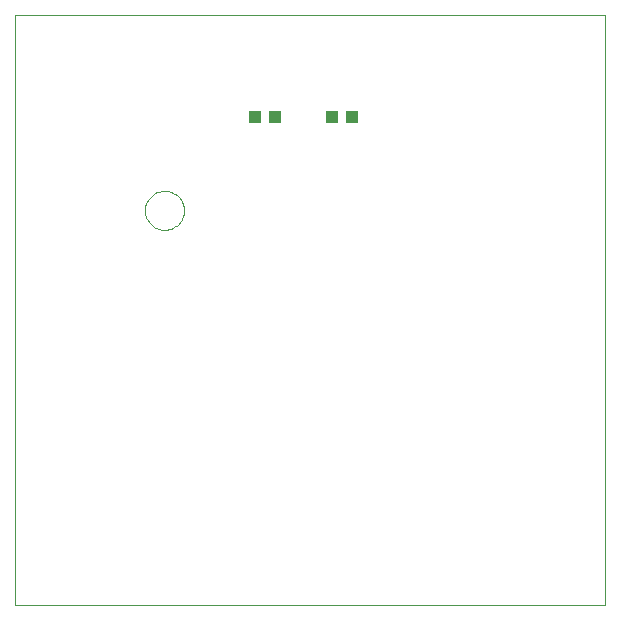
<source format=gtp>
G75*
%MOIN*%
%OFA0B0*%
%FSLAX24Y24*%
%IPPOS*%
%LPD*%
%AMOC8*
5,1,8,0,0,1.08239X$1,22.5*
%
%ADD10C,0.0000*%
%ADD11R,0.0433X0.0394*%
D10*
X000100Y000100D02*
X000100Y019785D01*
X019785Y019785D01*
X019785Y000100D01*
X000100Y000100D01*
X004439Y013261D02*
X004441Y013311D01*
X004447Y013361D01*
X004457Y013411D01*
X004470Y013459D01*
X004487Y013507D01*
X004508Y013553D01*
X004532Y013597D01*
X004560Y013639D01*
X004591Y013679D01*
X004625Y013716D01*
X004662Y013751D01*
X004701Y013782D01*
X004742Y013811D01*
X004786Y013836D01*
X004832Y013858D01*
X004879Y013876D01*
X004927Y013890D01*
X004976Y013901D01*
X005026Y013908D01*
X005076Y013911D01*
X005127Y013910D01*
X005177Y013905D01*
X005227Y013896D01*
X005275Y013884D01*
X005323Y013867D01*
X005369Y013847D01*
X005414Y013824D01*
X005457Y013797D01*
X005497Y013767D01*
X005535Y013734D01*
X005570Y013698D01*
X005603Y013659D01*
X005632Y013618D01*
X005658Y013575D01*
X005681Y013530D01*
X005700Y013483D01*
X005715Y013435D01*
X005727Y013386D01*
X005735Y013336D01*
X005739Y013286D01*
X005739Y013236D01*
X005735Y013186D01*
X005727Y013136D01*
X005715Y013087D01*
X005700Y013039D01*
X005681Y012992D01*
X005658Y012947D01*
X005632Y012904D01*
X005603Y012863D01*
X005570Y012824D01*
X005535Y012788D01*
X005497Y012755D01*
X005457Y012725D01*
X005414Y012698D01*
X005369Y012675D01*
X005323Y012655D01*
X005275Y012638D01*
X005227Y012626D01*
X005177Y012617D01*
X005127Y012612D01*
X005076Y012611D01*
X005026Y012614D01*
X004976Y012621D01*
X004927Y012632D01*
X004879Y012646D01*
X004832Y012664D01*
X004786Y012686D01*
X004742Y012711D01*
X004701Y012740D01*
X004662Y012771D01*
X004625Y012806D01*
X004591Y012843D01*
X004560Y012883D01*
X004532Y012925D01*
X004508Y012969D01*
X004487Y013015D01*
X004470Y013063D01*
X004457Y013111D01*
X004447Y013161D01*
X004441Y013211D01*
X004439Y013261D01*
D11*
X008095Y016380D03*
X008765Y016380D03*
X010675Y016370D03*
X011345Y016370D03*
M02*

</source>
